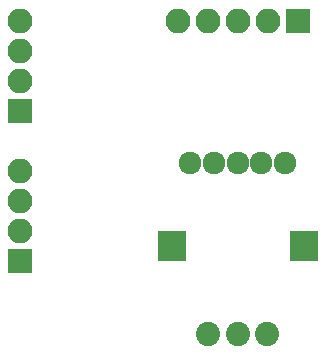
<source format=gbr>
G04 #@! TF.FileFunction,Soldermask,Bot*
%FSLAX46Y46*%
G04 Gerber Fmt 4.6, Leading zero omitted, Abs format (unit mm)*
G04 Created by KiCad (PCBNEW 4.0.7) date Sunday, December 31, 2017 'PMt' 04:59:37 PM*
%MOMM*%
%LPD*%
G01*
G04 APERTURE LIST*
%ADD10C,0.100000*%
%ADD11C,1.924000*%
%ADD12C,2.050000*%
%ADD13R,2.400000X2.500000*%
%ADD14R,2.100000X2.100000*%
%ADD15O,2.100000X2.100000*%
G04 APERTURE END LIST*
D10*
D11*
X132080000Y-67295000D03*
X130080000Y-67295000D03*
X128080000Y-67295000D03*
X134080000Y-67295000D03*
X136080000Y-67295000D03*
D12*
X132080000Y-81795000D03*
X129580000Y-81795000D03*
X134580000Y-81795000D03*
D13*
X126480000Y-74295000D03*
X137680000Y-74295000D03*
D14*
X113665000Y-75565000D03*
D15*
X113665000Y-73025000D03*
X113665000Y-70485000D03*
X113665000Y-67945000D03*
D14*
X113665000Y-62865000D03*
D15*
X113665000Y-60325000D03*
X113665000Y-57785000D03*
X113665000Y-55245000D03*
D14*
X137160000Y-55245000D03*
D15*
X134620000Y-55245000D03*
X132080000Y-55245000D03*
X129540000Y-55245000D03*
X127000000Y-55245000D03*
M02*

</source>
